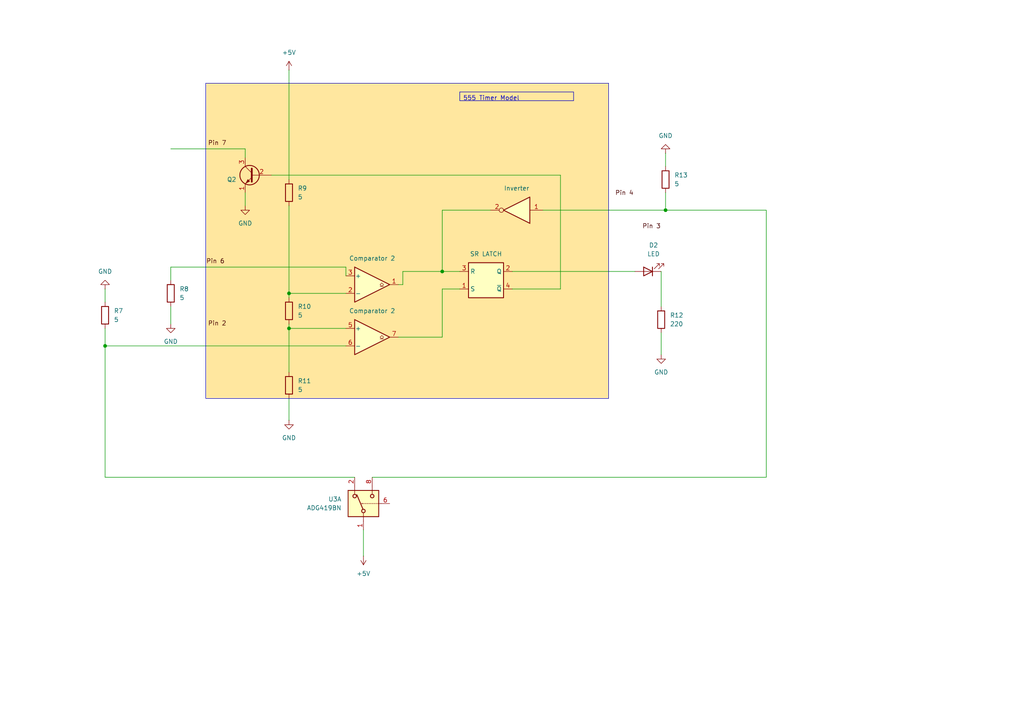
<source format=kicad_sch>
(kicad_sch (version 20231120) (generator "eeschema") (generator_version "8.0")
  (paper "A4")
  (lib_symbols
    (symbol "74xx:74LS04"
      (property "Reference" "U" (at 0 1.27 0))
      (property "Value" "74LS04" (at 0 -1.27 0))
      (symbol "74LS04_1_0"
        (polyline (pts (xy -3.81 3.81) (xy -3.81 -3.81) (xy 3.81 0) (xy -3.81 3.81)) (stroke (width 0.254)) (fill (type background)))
        (pin input line (at -7.62 0 0) (length 3.81) (name "~") (number "1"))
        (pin output inverted (at 7.62 0 180) (length 3.81) (name "~") (number "2"))
      )
      (symbol "74LS04_2_0"
        (polyline (pts (xy -3.81 3.81) (xy -3.81 -3.81) (xy 3.81 0) (xy -3.81 3.81)) (stroke (width 0.254)) (fill (type background)))
        (pin input line (at -7.62 0 0) (length 3.81) (name "~") (number "3"))
        (pin output inverted (at 7.62 0 180) (length 3.81) (name "~") (number "4"))
      )
      (symbol "74LS04_3_0"
        (polyline (pts (xy -3.81 3.81) (xy -3.81 -3.81) (xy 3.81 0) (xy -3.81 3.81)) (stroke (width 0.254)) (fill (type background)))
        (pin input line (at -7.62 0 0) (length 3.81) (name "~") (number "5"))
        (pin output inverted (at 7.62 0 180) (length 3.81) (name "~") (number "6"))
      )
      (symbol "74LS04_4_0"
        (polyline (pts (xy -3.81 3.81) (xy -3.81 -3.81) (xy 3.81 0) (xy -3.81 3.81)) (stroke (width 0.254)) (fill (type background)))
        (pin output inverted (at 7.62 0 180) (length 3.81) (name "~") (number "8"))
        (pin input line (at -7.62 0 0) (length 3.81) (name "~") (number "9"))
      )
      (symbol "74LS04_5_0"
        (polyline (pts (xy -3.81 3.81) (xy -3.81 -3.81) (xy 3.81 0) (xy -3.81 3.81)) (stroke (width 0.254)) (fill (type background)))
        (pin output inverted (at 7.62 0 180) (length 3.81) (name "~") (number "10"))
        (pin input line (at -7.62 0 0) (length 3.81) (name "~") (number "11"))
      )
      (symbol "74LS04_6_0"
        (polyline (pts (xy -3.81 3.81) (xy -3.81 -3.81) (xy 3.81 0) (xy -3.81 3.81)) (stroke (width 0.254)) (fill (type background)))
        (pin output inverted (at 7.62 0 180) (length 3.81) (name "~") (number "12"))
        (pin input line (at -7.62 0 0) (length 3.81) (name "~") (number "13"))
      )
      (symbol "74LS04_7_0"
        (pin power_in line (at 0 12.7 270) (length 5.08) (name "VCC") (number "14"))
        (pin power_in line (at 0 -12.7 90) (length 5.08) (name "GND") (number "7"))
      )
      (symbol "74LS04_7_1"
        (rectangle (start -5.08 7.62) (end 5.08 -7.62) (stroke (width 0.254)) (fill (type background)))
      )
    )
    (symbol "Analog_Switch:ADG419BN" (pin_names (offset 0.254))
      (property "Reference" "U" (at -3.175 7.493 0))
      (property "Value" "ADG419BN" (at -3.175 5.715 0))
      (symbol "ADG419BN_1_1"
        (rectangle (start -3.81 4.445) (end 3.81 -4.445) (stroke (width 0.254)) (fill (type background)))
        (circle (center -2.159 0) (radius 0.508) (stroke (width 0.254)))
        (polyline (pts (xy -5.08 0) (xy -2.794 0)))
        (polyline (pts (xy -1.651 0.127) (xy 2.54 1.905)) (stroke (width 0.254)))
        (polyline (pts (xy 0 -5.08) (xy 0 -4.572)))
        (polyline (pts (xy 0 -4.318) (xy 0 -4.064)))
        (polyline (pts (xy 0 -3.81) (xy 0 -3.556)))
        (polyline (pts (xy 0 -3.302) (xy 0 -3.048)))
        (polyline (pts (xy 0 -2.794) (xy 0 -2.54)))
        (polyline (pts (xy 0 -2.286) (xy 0 -2.032)))
        (polyline (pts (xy 0 -1.778) (xy 0 -1.524)))
        (polyline (pts (xy 0 -1.27) (xy 0 -1.016)))
        (polyline (pts (xy 0 -0.762) (xy 0 -0.508)))
        (polyline (pts (xy 0 -0.254) (xy 0 0)))
        (polyline (pts (xy 0 0.254) (xy 0 0.508)))
        (polyline (pts (xy 0 0.254) (xy 0 0.508)))
        (polyline (pts (xy 5.08 -2.54) (xy 2.794 -2.54)))
        (polyline (pts (xy 5.08 2.54) (xy 2.794 2.54)))
        (circle (center 2.159 -2.54) (radius 0.508) (stroke (width 0.254)))
        (circle (center 2.159 2.54) (radius 0.508) (stroke (width 0.254)))
        (pin passive line (at -7.62 0 0) (length 2.54) (name "~") (number "1"))
        (pin passive line (at 7.62 2.54 180) (length 2.54) (name "~") (number "2"))
        (pin input line (at 0 -7.62 90) (length 2.54) (name "~") (number "6"))
        (pin passive line (at 7.62 -2.54 180) (length 2.54) (name "~") (number "8"))
      )
      (symbol "ADG419BN_2_0"
        (pin power_in line (at 0 -12.7 90) (length 2.54) (name "GND") (number "3"))
        (pin power_in line (at 0 12.7 270) (length 2.54) (name "V+") (number "4"))
        (pin power_in line (at 2.54 12.7 270) (length 2.54) (name "VL") (number "5"))
        (pin power_in line (at 2.54 -12.7 90) (length 2.54) (name "V-") (number "7"))
      )
      (symbol "ADG419BN_2_1"
        (rectangle (start -3.81 10.16) (end 6.35 -10.16) (stroke (width 0.254)) (fill (type background)))
      )
    )
    (symbol "Comparator:LMV393" (pin_names (offset 0.127))
      (property "Reference" "U" (at 3.81 3.81 0))
      (property "Value" "LMV393" (at 6.35 -3.81 0))
      (symbol "LMV393_1_1"
        (polyline (pts (xy -5.08 5.08) (xy 5.08 0) (xy -5.08 -5.08) (xy -5.08 5.08)) (stroke (width 0.254)) (fill (type background)))
        (polyline (pts (xy 3.302 -0.508) (xy 2.794 -0.508) (xy 3.302 0) (xy 2.794 0.508) (xy 2.286 0) (xy 2.794 -0.508) (xy 2.286 -0.508)) (stroke (width 0.127)))
        (pin open_collector line (at 7.62 0 180) (length 2.54) (name "~") (number "1"))
        (pin input line (at -7.62 -2.54 0) (length 2.54) (name "-") (number "2"))
        (pin input line (at -7.62 2.54 0) (length 2.54) (name "+") (number "3"))
      )
      (symbol "LMV393_2_1"
        (polyline (pts (xy -5.08 5.08) (xy 5.08 0) (xy -5.08 -5.08) (xy -5.08 5.08)) (stroke (width 0.254)) (fill (type background)))
        (polyline (pts (xy 3.302 -0.508) (xy 2.794 -0.508) (xy 3.302 0) (xy 2.794 0.508) (xy 2.286 0) (xy 2.794 -0.508) (xy 2.286 -0.508)) (stroke (width 0.127)))
        (pin input line (at -7.62 2.54 0) (length 2.54) (name "+") (number "5"))
        (pin input line (at -7.62 -2.54 0) (length 2.54) (name "-") (number "6"))
        (pin open_collector line (at 7.62 0 180) (length 2.54) (name "~") (number "7"))
      )
      (symbol "LMV393_3_1"
        (pin power_in line (at -2.54 -7.62 90) (length 3.81) (name "V-") (number "4"))
        (pin power_in line (at -2.54 7.62 270) (length 3.81) (name "V+") (number "8"))
      )
    )
    (symbol "Device:LED" (pin_numbers hide) (pin_names (offset 1.016) hide)
      (property "Reference" "D" (at 0 2.54 0))
      (property "Value" "LED" (at 0 -2.54 0))
      (symbol "LED_0_1"
        (polyline (pts (xy -1.27 -1.27) (xy -1.27 1.27)) (stroke (width 0.254)))
        (polyline (pts (xy -1.27 0) (xy 1.27 0)))
        (polyline (pts (xy 1.27 -1.27) (xy 1.27 1.27) (xy -1.27 0) (xy 1.27 -1.27)) (stroke (width 0.254)))
        (polyline (pts (xy -3.048 -0.762) (xy -4.572 -2.286) (xy -3.81 -2.286) (xy -4.572 -2.286) (xy -4.572 -1.524)))
        (polyline (pts (xy -1.778 -0.762) (xy -3.302 -2.286) (xy -2.54 -2.286) (xy -3.302 -2.286) (xy -3.302 -1.524)))
      )
      (symbol "LED_1_1"
        (pin passive line (at -3.81 0 0) (length 2.54) (name "K") (number "1"))
        (pin passive line (at 3.81 0 180) (length 2.54) (name "A") (number "2"))
      )
    )
    (symbol "Device:R" (pin_numbers hide) (pin_names (offset 0))
      (property "Reference" "R" (at 2.032 0 90))
      (property "Value" "R" (at 0 0 90))
      (symbol "R_0_1"
        (rectangle (start -1.016 -2.54) (end 1.016 2.54) (stroke (width 0.254)))
      )
      (symbol "R_1_1"
        (pin passive line (at 0 3.81 270) (length 1.27) (name "~") (number "1"))
        (pin passive line (at 0 -3.81 90) (length 1.27) (name "~") (number "2"))
      )
    )
    (symbol "Symbols_Only:74LS279"
      (property "Reference" "U2" (at 0 10.16 0))
      (property "Value" "SR LATCH" (at 0 7.62 0))
      (symbol "74LS279_1_1"
        (rectangle (start -5.08 5.08) (end 5.08 -5.08) (stroke (width 0.254)) (fill (type background)))
        (pin input line (at -7.62 -2.54 0) (length 2.54) (name "S") (number "1"))
        (pin input line (at 7.62 2.54 180) (length 2.54) (name "Q") (number "2"))
        (pin input line (at -7.62 2.54 0) (length 2.54) (name "R") (number "3"))
        (pin output line (at 7.62 -2.54 180) (length 2.54) (name "~{Q}") (number "4"))
      )
      (symbol "74LS279_2_1"
        (rectangle (start -5.08 5.08) (end 5.08 -5.08) (stroke (width 0.254)) (fill (type background)))
        (pin input line (at -7.62 -2.54 0) (length 2.54) (name "~{R}") (number "5"))
        (pin input line (at -7.62 2.54 0) (length 2.54) (name "~{S}") (number "6"))
        (pin output line (at 7.62 0 180) (length 2.54) (name "Q") (number "7"))
      )
      (symbol "74LS279_3_1"
        (rectangle (start -5.08 5.08) (end 5.08 -5.08) (stroke (width 0.254)) (fill (type background)))
        (pin input line (at -7.62 -2.54 0) (length 2.54) (name "~{R}") (number "10"))
        (pin input line (at -7.62 2.54 0) (length 2.54) (name "~{S}") (number "11"))
        (pin input line (at -7.62 0 0) (length 2.54) (name "~{S}") (number "12"))
        (pin output line (at 7.62 0 180) (length 2.54) (name "Q") (number "9"))
      )
      (symbol "74LS279_4_1"
        (rectangle (start -5.08 5.08) (end 5.08 -5.08) (stroke (width 0.254)) (fill (type background)))
        (pin output line (at 7.62 0 180) (length 2.54) (name "Q") (number "13"))
        (pin input line (at -7.62 -2.54 0) (length 2.54) (name "~{R}") (number "14"))
        (pin input line (at -7.62 2.54 0) (length 2.54) (name "~{S}") (number "15"))
      )
      (symbol "74LS279_5_0"
        (pin power_in line (at 0 10.16 270) (length 2.54) (name "VCC") (number "16"))
        (pin power_in line (at 0 -10.16 90) (length 2.54) (name "GND") (number "8"))
      )
      (symbol "74LS279_5_1"
        (rectangle (start -5.08 7.62) (end 5.08 -7.62) (stroke (width 0.254)) (fill (type background)))
      )
    )
    (symbol "Transistor_BJT:BC107" (pin_names (offset 0) hide)
      (property "Reference" "Q" (at 5.08 1.905 0))
      (property "Value" "BC107" (at 5.08 0 0))
      (symbol "BC107_0_1"
        (polyline (pts (xy 0.635 0.635) (xy 2.54 2.54)))
        (polyline (pts (xy 0.635 -0.635) (xy 2.54 -2.54) (xy 2.54 -2.54)))
        (polyline (pts (xy 0.635 1.905) (xy 0.635 -1.905) (xy 0.635 -1.905)) (stroke (width 0.508)))
        (polyline (pts (xy 1.27 -1.778) (xy 1.778 -1.27) (xy 2.286 -2.286) (xy 1.27 -1.778) (xy 1.27 -1.778)) (fill (type outline)))
        (circle (center 1.27 0) (radius 2.8194) (stroke (width 0.254)))
      )
      (symbol "BC107_1_1"
        (pin passive line (at 2.54 -5.08 90) (length 2.54) (name "E") (number "1"))
        (pin input line (at -5.08 0 0) (length 5.715) (name "B") (number "2"))
        (pin passive line (at 2.54 5.08 270) (length 2.54) (name "C") (number "3"))
      )
    )
    (symbol "power:+5V" (power) (pin_numbers hide) (pin_names (offset 0) hide)
      (property "Value" "+5V" (at 0 3.556 0))
      (symbol "+5V_0_1"
        (polyline (pts (xy -0.762 1.27) (xy 0 2.54)))
        (polyline (pts (xy 0 0) (xy 0 2.54)))
        (polyline (pts (xy 0 2.54) (xy 0.762 1.27)))
      )
      (symbol "+5V_1_1"
        (pin power_in line (at 0 0 90) (length 0) (name "~") (number "1"))
      )
    )
    (symbol "power:GND" (power) (pin_numbers hide) (pin_names (offset 0) hide)
      (property "Value" "GND" (at 0 -3.81 0))
      (symbol "GND_0_1"
        (polyline (pts (xy 0 0) (xy 0 -1.27) (xy 1.27 -1.27) (xy 0 -2.54) (xy -1.27 -1.27) (xy 0 -1.27)))
      )
      (symbol "GND_1_1"
        (pin power_in line (at 0 0 270) (length 0) (name "~") (number "1"))
      )
    )
  )
  (junction (at 30.48 100.33))
  (junction (at 128.27 78.74))
  (junction (at 193.04 60.96))
  (junction (at 83.82 95.25))
  (junction (at 83.82 85.09))
  (wire (pts (xy 105.41 153.67) (xy 105.41 161.29)))
  (wire (pts (xy 100.33 77.47) (xy 100.33 80.01)))
  (wire (pts (xy 49.53 77.47) (xy 49.53 81.28)))
  (wire (pts (xy 184.15 78.74) (xy 148.59 78.74)))
  (wire (pts (xy 83.82 85.09) (xy 100.33 85.09)))
  (wire (pts (xy 83.82 93.98) (xy 83.82 95.25)))
  (wire (pts (xy 30.48 100.33) (xy 100.33 100.33)))
  (wire (pts (xy 83.82 95.25) (xy 83.82 107.95)))
  (wire (pts (xy 30.48 83.82) (xy 30.48 87.63)))
  (wire (pts (xy 83.82 20.32) (xy 83.82 52.07)))
  (wire (pts (xy 193.04 44.45) (xy 193.04 48.26)))
  (wire (pts (xy 128.27 83.82) (xy 133.35 83.82)))
  (wire (pts (xy 49.53 88.9) (xy 49.53 93.98)))
  (wire (pts (xy 116.84 82.55) (xy 116.84 78.74)))
  (wire (pts (xy 30.48 95.25) (xy 30.48 100.33)))
  (wire (pts (xy 49.53 77.47) (xy 100.33 77.47)))
  (wire (pts (xy 148.59 83.82) (xy 162.56 83.82)))
  (wire (pts (xy 162.56 50.8) (xy 78.74 50.8)))
  (wire (pts (xy 128.27 60.96) (xy 128.27 78.74)))
  (wire (pts (xy 83.82 85.09) (xy 83.82 86.36)))
  (wire (pts (xy 191.77 78.74) (xy 191.77 88.9)))
  (wire (pts (xy 142.24 60.96) (xy 128.27 60.96)))
  (wire (pts (xy 71.12 55.88) (xy 71.12 59.69)))
  (wire (pts (xy 222.25 60.96) (xy 193.04 60.96)))
  (wire (pts (xy 107.95 138.43) (xy 222.25 138.43)))
  (wire (pts (xy 115.57 82.55) (xy 116.84 82.55)))
  (wire (pts (xy 128.27 78.74) (xy 133.35 78.74)))
  (wire (pts (xy 157.48 60.96) (xy 193.04 60.96)))
  (wire (pts (xy 71.12 43.18) (xy 71.12 45.72)))
  (wire (pts (xy 49.53 43.18) (xy 71.12 43.18)))
  (wire (pts (xy 128.27 83.82) (xy 128.27 97.79)))
  (wire (pts (xy 222.25 138.43) (xy 222.25 60.96)))
  (wire (pts (xy 83.82 95.25) (xy 100.33 95.25)))
  (wire (pts (xy 193.04 55.88) (xy 193.04 60.96)))
  (wire (pts (xy 83.82 115.57) (xy 83.82 121.92)))
  (wire (pts (xy 128.27 97.79) (xy 115.57 97.79)))
  (wire (pts (xy 116.84 78.74) (xy 128.27 78.74)))
  (wire (pts (xy 83.82 59.69) (xy 83.82 85.09)))
  (wire (pts (xy 30.48 138.43) (xy 30.48 100.33)))
  (wire (pts (xy 162.56 83.82) (xy 162.56 50.8)))
  (wire (pts (xy 191.77 96.52) (xy 191.77 102.87)))
  (wire (pts (xy 102.87 138.43) (xy 30.48 138.43)))
  (rectangle (start 59.69 24.13) (end 176.53 115.57) (fill (type color) (color 255 231 159 1)))
  (text_box "555 Timer Model\n" (at 133.35 26.67 0) (size 33.02 2.54) (effects (font (size 1.27 1.27)) (justify left top)))
  (text "Pin 7" (at 62.992 41.656 0) (effects (font (size 1.27 1.27))))
  (text "Pin 6" (at 62.484 75.946 0) (effects (font (size 1.27 1.27))))
  (text "Pin 3\n" (at 188.976 65.786 0) (effects (font (size 1.27 1.27))))
  (text "Pin 2" (at 62.992 93.98 0) (effects (font (size 1.27 1.27))))
  (text "Pin 4\n" (at 181.102 56.134 0) (effects (font (size 1.27 1.27))))
  (symbol (lib_id "power:GND") (at 49.53 93.98 0) (unit 1) (in_bom no)
    (property "Reference" "#PWR08" (effects (hide yes)))
    (property "Value" "GND" (at 49.53 99.06 0))
    (property "Description" "Power symbol creates a global label with name \"GND\" , ground" (effects (hide yes)))
  )
  (symbol (lib_id "power:GND") (at 193.04 44.45 180) (unit 1) (in_bom no)
    (property "Reference" "#PWR014" (effects (hide yes)))
    (property "Value" "GND" (at 193.04 39.37 0))
    (property "Description" "Power symbol creates a global label with name \"GND\" , ground" (effects (hide yes)))
  )
  (symbol (lib_id "Device:R") (at 83.82 55.88 0) (unit 1) (in_bom no)
    (property "Reference" "R9" (at 86.36 54.6099 0) (effects (justify left)))
    (property "Value" "5" (at 86.36 57.1499 0) (effects (justify left)))
    (property "Description" "Resistor" (effects (hide yes)))
  )
  (symbol (lib_id "Device:R") (at 83.82 111.76 0) (unit 1) (in_bom no)
    (property "Reference" "R11" (at 86.36 110.4899 0) (effects (justify left)))
    (property "Value" "5" (at 86.36 113.0299 0) (effects (justify left)))
    (property "Description" "Resistor" (effects (hide yes)))
  )
  (symbol (lib_id "Device:R") (at 191.77 92.71 0) (unit 1) (in_bom no)
    (property "Reference" "R12" (at 194.31 91.4399 0) (effects (justify left)))
    (property "Value" "220" (at 194.31 93.9799 0) (effects (justify left)))
    (property "Description" "Resistor" (effects (hide yes)))
  )
  (symbol (lib_id "power:GND") (at 71.12 59.69 0) (unit 1) (in_bom no)
    (property "Reference" "#PWR09" (effects (hide yes)))
    (property "Value" "GND" (at 71.12 64.77 0))
    (property "Description" "Power symbol creates a global label with name \"GND\" , ground" (effects (hide yes)))
  )
  (symbol (lib_id "Comparator:LMV393") (at 107.95 82.55 0) (unit 1) (in_bom no)
    (property "Reference" "U4" (effects (hide yes)))
    (property "Value" "Comparator 2" (at 107.95 74.93 0))
    (property "Datasheet" "http://www.ti.com/lit/ds/symlink/lmv331.pdf" (effects (hide yes)))
    (property "Description" "Dual General-Purpose Low-Voltage Comparator, SOIC-8/TSSOP-8/VSSOP-8" (effects (hide yes)))
  )
  (symbol (lib_id "Symbols_Only:74LS279") (at 140.97 81.28 0) (unit 1) (in_bom no)
    (property "Reference" "U5" (effects (hide yes)))
    (property "Value" "SR LATCH" (at 140.97 73.66 0))
    (property "Datasheet" "https://www.ti.com/lit/gpn/sn54ls279a" (effects (hide yes)))
    (property "Description" "Quad SR latch, DIP-16/SOIC-16/SOIC-16W" (effects (hide yes)))
  )
  (symbol (lib_id "power:+5V") (at 105.41 161.29 180) (unit 1) (in_bom no)
    (property "Reference" "#PWR012" (effects (hide yes)))
    (property "Value" "+5V" (at 105.41 166.37 0))
    (property "Description" "Power symbol creates a global label with name \"+5V\"" (effects (hide yes)))
  )
  (symbol (lib_id "Comparator:LMV393") (at 107.95 97.79 0) (unit 2) (in_bom no)
    (property "Reference" "U4" (effects (hide yes)))
    (property "Value" "Comparator 2" (at 107.95 90.17 0))
    (property "Datasheet" "http://www.ti.com/lit/ds/symlink/lmv331.pdf" (effects (hide yes)))
    (property "Description" "Dual General-Purpose Low-Voltage Comparator, SOIC-8/TSSOP-8/VSSOP-8" (effects (hide yes)))
  )
  (symbol (lib_id "power:GND") (at 191.77 102.87 0) (unit 1) (in_bom no)
    (property "Reference" "#PWR013" (effects (hide yes)))
    (property "Value" "GND" (at 191.77 107.95 0))
    (property "Description" "Power symbol creates a global label with name \"GND\" , ground" (effects (hide yes)))
  )
  (symbol (lib_id "Device:R") (at 49.53 85.09 0) (unit 1) (in_bom no)
    (property "Reference" "R8" (at 52.07 83.8199 0) (effects (justify left)))
    (property "Value" "5" (at 52.07 86.3599 0) (effects (justify left)))
    (property "Description" "Resistor" (effects (hide yes)))
  )
  (symbol (lib_id "74xx:74LS04") (at 149.86 60.96 180) (unit 1) (in_bom no)
    (property "Reference" "U6" (effects (hide yes)))
    (property "Value" "Inverter" (at 149.86 54.61 0))
    (property "Datasheet" "http://www.ti.com/lit/gpn/sn74LS04" (effects (hide yes)))
    (property "Description" "Hex Inverter" (effects (hide yes)))
  )
  (symbol (lib_id "power:GND") (at 30.48 83.82 180) (unit 1) (in_bom no)
    (property "Reference" "#PWR07" (effects (hide yes)))
    (property "Value" "GND" (at 30.48 78.74 0))
    (property "Description" "Power symbol creates a global label with name \"GND\" , ground" (effects (hide yes)))
  )
  (symbol (lib_id "power:GND") (at 83.82 121.92 0) (unit 1) (in_bom no)
    (property "Reference" "#PWR011" (effects (hide yes)))
    (property "Value" "GND" (at 83.82 127 0))
    (property "Description" "Power symbol creates a global label with name \"GND\" , ground" (effects (hide yes)))
  )
  (symbol (lib_id "Device:R") (at 193.04 52.07 0) (unit 1) (in_bom no)
    (property "Reference" "R13" (at 195.58 50.7999 0) (effects (justify left)))
    (property "Value" "5" (at 195.58 53.3399 0) (effects (justify left)))
    (property "Description" "Resistor" (effects (hide yes)))
  )
  (symbol (lib_id "power:+5V") (at 83.82 20.32 0) (unit 1) (in_bom no)
    (property "Reference" "#PWR010" (effects (hide yes)))
    (property "Value" "+5V" (at 83.82 15.24 0))
    (property "Description" "Power symbol creates a global label with name \"+5V\"" (effects (hide yes)))
  )
  (symbol (lib_id "Device:R") (at 30.48 91.44 0) (unit 1) (in_bom no)
    (property "Reference" "R7" (at 33.02 90.1699 0) (effects (justify left)))
    (property "Value" "5" (at 33.02 92.7099 0) (effects (justify left)))
    (property "Description" "Resistor" (effects (hide yes)))
  )
  (symbol (lib_id "Analog_Switch:ADG419BN") (at 105.41 146.05 90) (unit 1) (in_bom no)
    (property "Reference" "U3" (at 99.06 144.7799 90) (effects (justify left)))
    (property "Value" "ADG419BN" (at 99.06 147.3199 90) (effects (justify left)))
    (property "Footprint" "Package_DIP:DIP-8_W7.62mm" (effects (hide yes)))
    (property "Datasheet" "https://www.analog.com/media/en/technical-documentation/data-sheets/ADG419.pdf" (effects (hide yes)))
    (property "Description" "Single SPDT Monolithic LC²MOS Analog Switch, 25Ohm Ron, DIP-8" (effects (hide yes)))
  )
  (symbol (lib_id "Transistor_BJT:BC107") (at 73.66 50.8 0) (mirror y) (unit 1) (in_bom no)
    (property "Reference" "Q2" (at 68.58 52.0701 0) (effects (justify left)))
    (property "Value" "BC107" (effects (hide yes)))
    (property "Footprint" "Package_TO_SOT_THT:TO-18-3" (effects (hide yes)))
    (property "Datasheet" "http://www.b-kainka.de/Daten/Transistor/BC108.pdf" (effects (hide yes)))
    (property "Description" "0.1A Ic, 50V Vce, Low Noise General Purpose NPN Transistor, TO-18" (effects (hide yes)))
  )
  (symbol (lib_id "Device:R") (at 83.82 90.17 0) (unit 1) (in_bom no)
    (property "Reference" "R10" (at 86.36 88.8999 0) (effects (justify left)))
    (property "Value" "5" (at 86.36 91.4399 0) (effects (justify left)))
    (property "Description" "Resistor" (effects (hide yes)))
  )
  (symbol (lib_id "Device:LED") (at 187.96 78.74 180) (unit 1) (in_bom no)
    (property "Reference" "D2" (at 189.5475 71.12 0))
    (property "Value" "LED" (at 189.5475 73.66 0))
    (property "Description" "Light emitting diode" (effects (hide yes)))
  )
)
</source>
